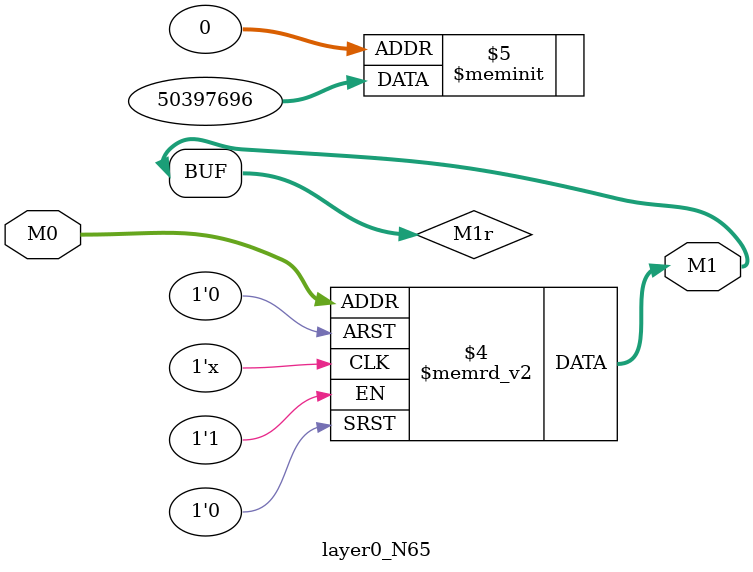
<source format=v>
module layer0_N65 ( input [3:0] M0, output [1:0] M1 );

	(*rom_style = "distributed" *) reg [1:0] M1r;
	assign M1 = M1r;
	always @ (M0) begin
		case (M0)
			4'b0000: M1r = 2'b00;
			4'b1000: M1r = 2'b01;
			4'b0100: M1r = 2'b10;
			4'b1100: M1r = 2'b11;
			4'b0010: M1r = 2'b00;
			4'b1010: M1r = 2'b00;
			4'b0110: M1r = 2'b00;
			4'b1110: M1r = 2'b00;
			4'b0001: M1r = 2'b00;
			4'b1001: M1r = 2'b00;
			4'b0101: M1r = 2'b00;
			4'b1101: M1r = 2'b00;
			4'b0011: M1r = 2'b00;
			4'b1011: M1r = 2'b00;
			4'b0111: M1r = 2'b00;
			4'b1111: M1r = 2'b00;

		endcase
	end
endmodule

</source>
